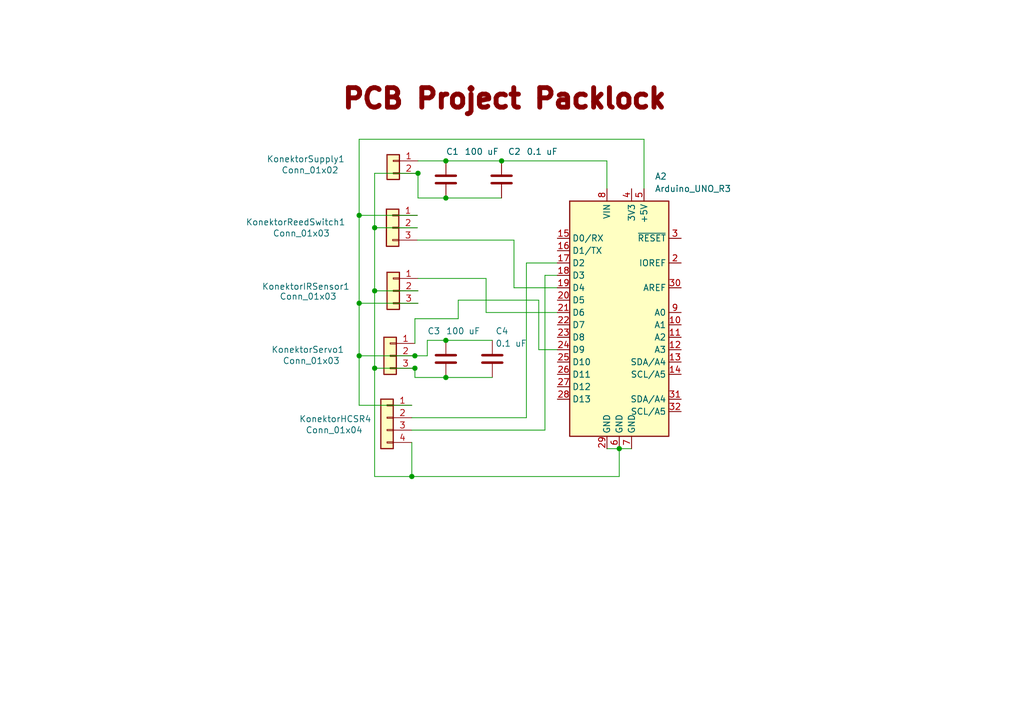
<source format=kicad_sch>
(kicad_sch (version 20230121) (generator eeschema)

  (uuid 30cc1b51-d9c0-4ac3-8d88-c2a5fc62ee56)

  (paper "A5")

  (lib_symbols
    (symbol "Connector_Generic:Conn_01x02" (pin_names (offset 1.016) hide) (in_bom yes) (on_board yes)
      (property "Reference" "J" (at 0 2.54 0)
        (effects (font (size 1.27 1.27)))
      )
      (property "Value" "Conn_01x02" (at 0 -5.08 0)
        (effects (font (size 1.27 1.27)))
      )
      (property "Footprint" "" (at 0 0 0)
        (effects (font (size 1.27 1.27)) hide)
      )
      (property "Datasheet" "~" (at 0 0 0)
        (effects (font (size 1.27 1.27)) hide)
      )
      (property "ki_keywords" "connector" (at 0 0 0)
        (effects (font (size 1.27 1.27)) hide)
      )
      (property "ki_description" "Generic connector, single row, 01x02, script generated (kicad-library-utils/schlib/autogen/connector/)" (at 0 0 0)
        (effects (font (size 1.27 1.27)) hide)
      )
      (property "ki_fp_filters" "Connector*:*_1x??_*" (at 0 0 0)
        (effects (font (size 1.27 1.27)) hide)
      )
      (symbol "Conn_01x02_1_1"
        (rectangle (start -1.27 -2.413) (end 0 -2.667)
          (stroke (width 0.1524) (type default))
          (fill (type none))
        )
        (rectangle (start -1.27 0.127) (end 0 -0.127)
          (stroke (width 0.1524) (type default))
          (fill (type none))
        )
        (rectangle (start -1.27 1.27) (end 1.27 -3.81)
          (stroke (width 0.254) (type default))
          (fill (type background))
        )
        (pin passive line (at -5.08 0 0) (length 3.81)
          (name "Pin_1" (effects (font (size 1.27 1.27))))
          (number "1" (effects (font (size 1.27 1.27))))
        )
        (pin passive line (at -5.08 -2.54 0) (length 3.81)
          (name "Pin_2" (effects (font (size 1.27 1.27))))
          (number "2" (effects (font (size 1.27 1.27))))
        )
      )
    )
    (symbol "Connector_Generic:Conn_01x03" (pin_names (offset 1.016) hide) (in_bom yes) (on_board yes)
      (property "Reference" "J" (at 0 5.08 0)
        (effects (font (size 1.27 1.27)))
      )
      (property "Value" "Conn_01x03" (at 0 -5.08 0)
        (effects (font (size 1.27 1.27)))
      )
      (property "Footprint" "" (at 0 0 0)
        (effects (font (size 1.27 1.27)) hide)
      )
      (property "Datasheet" "~" (at 0 0 0)
        (effects (font (size 1.27 1.27)) hide)
      )
      (property "ki_keywords" "connector" (at 0 0 0)
        (effects (font (size 1.27 1.27)) hide)
      )
      (property "ki_description" "Generic connector, single row, 01x03, script generated (kicad-library-utils/schlib/autogen/connector/)" (at 0 0 0)
        (effects (font (size 1.27 1.27)) hide)
      )
      (property "ki_fp_filters" "Connector*:*_1x??_*" (at 0 0 0)
        (effects (font (size 1.27 1.27)) hide)
      )
      (symbol "Conn_01x03_1_1"
        (rectangle (start -1.27 -2.413) (end 0 -2.667)
          (stroke (width 0.1524) (type default))
          (fill (type none))
        )
        (rectangle (start -1.27 0.127) (end 0 -0.127)
          (stroke (width 0.1524) (type default))
          (fill (type none))
        )
        (rectangle (start -1.27 2.667) (end 0 2.413)
          (stroke (width 0.1524) (type default))
          (fill (type none))
        )
        (rectangle (start -1.27 3.81) (end 1.27 -3.81)
          (stroke (width 0.254) (type default))
          (fill (type background))
        )
        (pin passive line (at -5.08 2.54 0) (length 3.81)
          (name "Pin_1" (effects (font (size 1.27 1.27))))
          (number "1" (effects (font (size 1.27 1.27))))
        )
        (pin passive line (at -5.08 0 0) (length 3.81)
          (name "Pin_2" (effects (font (size 1.27 1.27))))
          (number "2" (effects (font (size 1.27 1.27))))
        )
        (pin passive line (at -5.08 -2.54 0) (length 3.81)
          (name "Pin_3" (effects (font (size 1.27 1.27))))
          (number "3" (effects (font (size 1.27 1.27))))
        )
      )
    )
    (symbol "Connector_Generic:Conn_01x04" (pin_names (offset 1.016) hide) (in_bom yes) (on_board yes)
      (property "Reference" "J" (at 0 5.08 0)
        (effects (font (size 1.27 1.27)))
      )
      (property "Value" "Conn_01x04" (at 0 -7.62 0)
        (effects (font (size 1.27 1.27)))
      )
      (property "Footprint" "" (at 0 0 0)
        (effects (font (size 1.27 1.27)) hide)
      )
      (property "Datasheet" "~" (at 0 0 0)
        (effects (font (size 1.27 1.27)) hide)
      )
      (property "ki_keywords" "connector" (at 0 0 0)
        (effects (font (size 1.27 1.27)) hide)
      )
      (property "ki_description" "Generic connector, single row, 01x04, script generated (kicad-library-utils/schlib/autogen/connector/)" (at 0 0 0)
        (effects (font (size 1.27 1.27)) hide)
      )
      (property "ki_fp_filters" "Connector*:*_1x??_*" (at 0 0 0)
        (effects (font (size 1.27 1.27)) hide)
      )
      (symbol "Conn_01x04_1_1"
        (rectangle (start -1.27 -4.953) (end 0 -5.207)
          (stroke (width 0.1524) (type default))
          (fill (type none))
        )
        (rectangle (start -1.27 -2.413) (end 0 -2.667)
          (stroke (width 0.1524) (type default))
          (fill (type none))
        )
        (rectangle (start -1.27 0.127) (end 0 -0.127)
          (stroke (width 0.1524) (type default))
          (fill (type none))
        )
        (rectangle (start -1.27 2.667) (end 0 2.413)
          (stroke (width 0.1524) (type default))
          (fill (type none))
        )
        (rectangle (start -1.27 3.81) (end 1.27 -6.35)
          (stroke (width 0.254) (type default))
          (fill (type background))
        )
        (pin passive line (at -5.08 2.54 0) (length 3.81)
          (name "Pin_1" (effects (font (size 1.27 1.27))))
          (number "1" (effects (font (size 1.27 1.27))))
        )
        (pin passive line (at -5.08 0 0) (length 3.81)
          (name "Pin_2" (effects (font (size 1.27 1.27))))
          (number "2" (effects (font (size 1.27 1.27))))
        )
        (pin passive line (at -5.08 -2.54 0) (length 3.81)
          (name "Pin_3" (effects (font (size 1.27 1.27))))
          (number "3" (effects (font (size 1.27 1.27))))
        )
        (pin passive line (at -5.08 -5.08 0) (length 3.81)
          (name "Pin_4" (effects (font (size 1.27 1.27))))
          (number "4" (effects (font (size 1.27 1.27))))
        )
      )
    )
    (symbol "Device:C" (pin_numbers hide) (pin_names (offset 0.254)) (in_bom yes) (on_board yes)
      (property "Reference" "C" (at 0.635 2.54 0)
        (effects (font (size 1.27 1.27)) (justify left))
      )
      (property "Value" "C" (at 0.635 -2.54 0)
        (effects (font (size 1.27 1.27)) (justify left))
      )
      (property "Footprint" "" (at 0.9652 -3.81 0)
        (effects (font (size 1.27 1.27)) hide)
      )
      (property "Datasheet" "~" (at 0 0 0)
        (effects (font (size 1.27 1.27)) hide)
      )
      (property "ki_keywords" "cap capacitor" (at 0 0 0)
        (effects (font (size 1.27 1.27)) hide)
      )
      (property "ki_description" "Unpolarized capacitor" (at 0 0 0)
        (effects (font (size 1.27 1.27)) hide)
      )
      (property "ki_fp_filters" "C_*" (at 0 0 0)
        (effects (font (size 1.27 1.27)) hide)
      )
      (symbol "C_0_1"
        (polyline
          (pts
            (xy -2.032 -0.762)
            (xy 2.032 -0.762)
          )
          (stroke (width 0.508) (type default))
          (fill (type none))
        )
        (polyline
          (pts
            (xy -2.032 0.762)
            (xy 2.032 0.762)
          )
          (stroke (width 0.508) (type default))
          (fill (type none))
        )
      )
      (symbol "C_1_1"
        (pin passive line (at 0 3.81 270) (length 2.794)
          (name "~" (effects (font (size 1.27 1.27))))
          (number "1" (effects (font (size 1.27 1.27))))
        )
        (pin passive line (at 0 -3.81 90) (length 2.794)
          (name "~" (effects (font (size 1.27 1.27))))
          (number "2" (effects (font (size 1.27 1.27))))
        )
      )
    )
    (symbol "MCU_Module:Arduino_UNO_R3" (in_bom yes) (on_board yes)
      (property "Reference" "A" (at -10.16 23.495 0)
        (effects (font (size 1.27 1.27)) (justify left bottom))
      )
      (property "Value" "Arduino_UNO_R3" (at 5.08 -26.67 0)
        (effects (font (size 1.27 1.27)) (justify left top))
      )
      (property "Footprint" "Module:Arduino_UNO_R3" (at 0 0 0)
        (effects (font (size 1.27 1.27) italic) hide)
      )
      (property "Datasheet" "https://www.arduino.cc/en/Main/arduinoBoardUno" (at 0 0 0)
        (effects (font (size 1.27 1.27)) hide)
      )
      (property "ki_keywords" "Arduino UNO R3 Microcontroller Module Atmel AVR USB" (at 0 0 0)
        (effects (font (size 1.27 1.27)) hide)
      )
      (property "ki_description" "Arduino UNO Microcontroller Module, release 3" (at 0 0 0)
        (effects (font (size 1.27 1.27)) hide)
      )
      (property "ki_fp_filters" "Arduino*UNO*R3*" (at 0 0 0)
        (effects (font (size 1.27 1.27)) hide)
      )
      (symbol "Arduino_UNO_R3_0_1"
        (rectangle (start -10.16 22.86) (end 10.16 -25.4)
          (stroke (width 0.254) (type default))
          (fill (type background))
        )
      )
      (symbol "Arduino_UNO_R3_1_1"
        (pin no_connect line (at -10.16 -20.32 0) (length 2.54) hide
          (name "NC" (effects (font (size 1.27 1.27))))
          (number "1" (effects (font (size 1.27 1.27))))
        )
        (pin bidirectional line (at 12.7 -2.54 180) (length 2.54)
          (name "A1" (effects (font (size 1.27 1.27))))
          (number "10" (effects (font (size 1.27 1.27))))
        )
        (pin bidirectional line (at 12.7 -5.08 180) (length 2.54)
          (name "A2" (effects (font (size 1.27 1.27))))
          (number "11" (effects (font (size 1.27 1.27))))
        )
        (pin bidirectional line (at 12.7 -7.62 180) (length 2.54)
          (name "A3" (effects (font (size 1.27 1.27))))
          (number "12" (effects (font (size 1.27 1.27))))
        )
        (pin bidirectional line (at 12.7 -10.16 180) (length 2.54)
          (name "SDA/A4" (effects (font (size 1.27 1.27))))
          (number "13" (effects (font (size 1.27 1.27))))
        )
        (pin bidirectional line (at 12.7 -12.7 180) (length 2.54)
          (name "SCL/A5" (effects (font (size 1.27 1.27))))
          (number "14" (effects (font (size 1.27 1.27))))
        )
        (pin bidirectional line (at -12.7 15.24 0) (length 2.54)
          (name "D0/RX" (effects (font (size 1.27 1.27))))
          (number "15" (effects (font (size 1.27 1.27))))
        )
        (pin bidirectional line (at -12.7 12.7 0) (length 2.54)
          (name "D1/TX" (effects (font (size 1.27 1.27))))
          (number "16" (effects (font (size 1.27 1.27))))
        )
        (pin bidirectional line (at -12.7 10.16 0) (length 2.54)
          (name "D2" (effects (font (size 1.27 1.27))))
          (number "17" (effects (font (size 1.27 1.27))))
        )
        (pin bidirectional line (at -12.7 7.62 0) (length 2.54)
          (name "D3" (effects (font (size 1.27 1.27))))
          (number "18" (effects (font (size 1.27 1.27))))
        )
        (pin bidirectional line (at -12.7 5.08 0) (length 2.54)
          (name "D4" (effects (font (size 1.27 1.27))))
          (number "19" (effects (font (size 1.27 1.27))))
        )
        (pin output line (at 12.7 10.16 180) (length 2.54)
          (name "IOREF" (effects (font (size 1.27 1.27))))
          (number "2" (effects (font (size 1.27 1.27))))
        )
        (pin bidirectional line (at -12.7 2.54 0) (length 2.54)
          (name "D5" (effects (font (size 1.27 1.27))))
          (number "20" (effects (font (size 1.27 1.27))))
        )
        (pin bidirectional line (at -12.7 0 0) (length 2.54)
          (name "D6" (effects (font (size 1.27 1.27))))
          (number "21" (effects (font (size 1.27 1.27))))
        )
        (pin bidirectional line (at -12.7 -2.54 0) (length 2.54)
          (name "D7" (effects (font (size 1.27 1.27))))
          (number "22" (effects (font (size 1.27 1.27))))
        )
        (pin bidirectional line (at -12.7 -5.08 0) (length 2.54)
          (name "D8" (effects (font (size 1.27 1.27))))
          (number "23" (effects (font (size 1.27 1.27))))
        )
        (pin bidirectional line (at -12.7 -7.62 0) (length 2.54)
          (name "D9" (effects (font (size 1.27 1.27))))
          (number "24" (effects (font (size 1.27 1.27))))
        )
        (pin bidirectional line (at -12.7 -10.16 0) (length 2.54)
          (name "D10" (effects (font (size 1.27 1.27))))
          (number "25" (effects (font (size 1.27 1.27))))
        )
        (pin bidirectional line (at -12.7 -12.7 0) (length 2.54)
          (name "D11" (effects (font (size 1.27 1.27))))
          (number "26" (effects (font (size 1.27 1.27))))
        )
        (pin bidirectional line (at -12.7 -15.24 0) (length 2.54)
          (name "D12" (effects (font (size 1.27 1.27))))
          (number "27" (effects (font (size 1.27 1.27))))
        )
        (pin bidirectional line (at -12.7 -17.78 0) (length 2.54)
          (name "D13" (effects (font (size 1.27 1.27))))
          (number "28" (effects (font (size 1.27 1.27))))
        )
        (pin power_in line (at -2.54 -27.94 90) (length 2.54)
          (name "GND" (effects (font (size 1.27 1.27))))
          (number "29" (effects (font (size 1.27 1.27))))
        )
        (pin input line (at 12.7 15.24 180) (length 2.54)
          (name "~{RESET}" (effects (font (size 1.27 1.27))))
          (number "3" (effects (font (size 1.27 1.27))))
        )
        (pin input line (at 12.7 5.08 180) (length 2.54)
          (name "AREF" (effects (font (size 1.27 1.27))))
          (number "30" (effects (font (size 1.27 1.27))))
        )
        (pin bidirectional line (at 12.7 -17.78 180) (length 2.54)
          (name "SDA/A4" (effects (font (size 1.27 1.27))))
          (number "31" (effects (font (size 1.27 1.27))))
        )
        (pin bidirectional line (at 12.7 -20.32 180) (length 2.54)
          (name "SCL/A5" (effects (font (size 1.27 1.27))))
          (number "32" (effects (font (size 1.27 1.27))))
        )
        (pin power_out line (at 2.54 25.4 270) (length 2.54)
          (name "3V3" (effects (font (size 1.27 1.27))))
          (number "4" (effects (font (size 1.27 1.27))))
        )
        (pin power_out line (at 5.08 25.4 270) (length 2.54)
          (name "+5V" (effects (font (size 1.27 1.27))))
          (number "5" (effects (font (size 1.27 1.27))))
        )
        (pin power_in line (at 0 -27.94 90) (length 2.54)
          (name "GND" (effects (font (size 1.27 1.27))))
          (number "6" (effects (font (size 1.27 1.27))))
        )
        (pin power_in line (at 2.54 -27.94 90) (length 2.54)
          (name "GND" (effects (font (size 1.27 1.27))))
          (number "7" (effects (font (size 1.27 1.27))))
        )
        (pin power_in line (at -2.54 25.4 270) (length 2.54)
          (name "VIN" (effects (font (size 1.27 1.27))))
          (number "8" (effects (font (size 1.27 1.27))))
        )
        (pin bidirectional line (at 12.7 0 180) (length 2.54)
          (name "A0" (effects (font (size 1.27 1.27))))
          (number "9" (effects (font (size 1.27 1.27))))
        )
      )
    )
  )

  (junction (at 73.66 73.025) (diameter 0) (color 0 0 0 0)
    (uuid 0b8e4496-1513-404e-b81f-2e53f2f92cbf)
  )
  (junction (at 85.09 75.565) (diameter 0) (color 0 0 0 0)
    (uuid 128af01e-92de-4823-9ef1-1f7cb02fd2f7)
  )
  (junction (at 91.44 77.47) (diameter 0) (color 0 0 0 0)
    (uuid 1c959717-b416-40ed-97bf-9d16b0cbccd1)
  )
  (junction (at 84.455 97.79) (diameter 0) (color 0 0 0 0)
    (uuid 226ffeaf-94bf-4c10-bc6d-90f35e415230)
  )
  (junction (at 76.835 75.565) (diameter 0) (color 0 0 0 0)
    (uuid 2ddb3448-c405-4e63-9235-5d68ea030348)
  )
  (junction (at 73.66 44.196) (diameter 0) (color 0 0 0 0)
    (uuid 370e9447-6f26-4b4d-bfdd-e3b52e80d73e)
  )
  (junction (at 91.44 40.64) (diameter 0) (color 0 0 0 0)
    (uuid 41164ac6-a579-4a51-9462-4e05e9eb6925)
  )
  (junction (at 85.725 35.56) (diameter 0) (color 0 0 0 0)
    (uuid 4aee2b7c-afb7-4f03-bc92-fdbf0831d71f)
  )
  (junction (at 127 92.075) (diameter 0) (color 0 0 0 0)
    (uuid 562b89c4-1e1c-4e1c-906b-e0a584022f8a)
  )
  (junction (at 85.09 73.025) (diameter 0) (color 0 0 0 0)
    (uuid 63a248b4-8cbc-4001-a133-facef6c6aad6)
  )
  (junction (at 91.44 33.02) (diameter 0) (color 0 0 0 0)
    (uuid 7dfca7f9-4737-47d7-8c79-77b8e8540f3d)
  )
  (junction (at 76.835 46.736) (diameter 0) (color 0 0 0 0)
    (uuid 8f403c52-8544-4033-b2e5-cdc090fe4731)
  )
  (junction (at 73.66 62.23) (diameter 0) (color 0 0 0 0)
    (uuid a1607871-cc7f-48cd-8a44-26399cb59108)
  )
  (junction (at 91.44 69.85) (diameter 0) (color 0 0 0 0)
    (uuid c1b6a71b-dbe9-402d-9d3c-e591f3d929b2)
  )
  (junction (at 102.87 33.02) (diameter 0) (color 0 0 0 0)
    (uuid c8271075-a904-4a2f-b292-48f39861653d)
  )
  (junction (at 76.835 59.69) (diameter 0) (color 0 0 0 0)
    (uuid fb8f05d1-15ee-446f-8a86-058b7a230c42)
  )

  (wire (pts (xy 105.41 59.055) (xy 114.3 59.055))
    (stroke (width 0) (type default))
    (uuid 09125317-9154-4e9e-a2c4-ad3193911f9b)
  )
  (wire (pts (xy 85.598 46.736) (xy 76.835 46.736))
    (stroke (width 0) (type default))
    (uuid 107b6864-5bef-4902-b2fc-aeb9d81a1aa5)
  )
  (wire (pts (xy 84.455 90.805) (xy 84.455 97.79))
    (stroke (width 0) (type default))
    (uuid 1ac2a306-c871-4ef1-ab3c-bd342e0236c2)
  )
  (wire (pts (xy 84.455 88.265) (xy 111.76 88.265))
    (stroke (width 0) (type default))
    (uuid 24f85668-784a-4377-a546-088e5cc89852)
  )
  (wire (pts (xy 76.835 46.736) (xy 76.835 59.69))
    (stroke (width 0) (type default))
    (uuid 256c9885-7e29-49de-bf79-3e98fd358b52)
  )
  (wire (pts (xy 114.3 53.975) (xy 107.95 53.975))
    (stroke (width 0) (type default))
    (uuid 29fd64d3-b439-4ad0-9d12-189a40ee42bb)
  )
  (wire (pts (xy 91.44 77.47) (xy 100.965 77.47))
    (stroke (width 0) (type default))
    (uuid 311bc0d9-3f93-4d58-a79f-16e6961b5d98)
  )
  (wire (pts (xy 73.66 73.025) (xy 73.66 83.185))
    (stroke (width 0) (type default))
    (uuid 3911aa7a-930b-49db-b66c-ab7a9cbf24e2)
  )
  (wire (pts (xy 124.46 38.735) (xy 124.46 33.02))
    (stroke (width 0) (type default))
    (uuid 3abc6a37-1e8f-46b1-a879-46dc6f53160a)
  )
  (wire (pts (xy 85.09 65.405) (xy 93.98 65.405))
    (stroke (width 0) (type default))
    (uuid 3eb2dc35-5c58-40fb-88b0-0d120335a19e)
  )
  (wire (pts (xy 105.41 49.276) (xy 85.598 49.276))
    (stroke (width 0) (type default))
    (uuid 3fa26923-f8bd-43e9-b1e6-adf7df6b31c9)
  )
  (wire (pts (xy 76.835 35.56) (xy 76.835 46.736))
    (stroke (width 0) (type default))
    (uuid 421ba961-ed37-406c-9267-5bda57d7d4c0)
  )
  (wire (pts (xy 107.95 85.725) (xy 84.455 85.725))
    (stroke (width 0) (type default))
    (uuid 46662154-ea53-4623-b34e-ea235b29632c)
  )
  (wire (pts (xy 91.44 77.47) (xy 85.09 77.47))
    (stroke (width 0) (type default))
    (uuid 4ede941a-bce8-45cc-8b2d-b45d07093090)
  )
  (wire (pts (xy 73.66 62.23) (xy 85.725 62.23))
    (stroke (width 0) (type default))
    (uuid 5419e527-8d9e-459e-9d9c-8e90bedf7acd)
  )
  (wire (pts (xy 85.09 70.485) (xy 85.09 65.405))
    (stroke (width 0) (type default))
    (uuid 54d914d0-c397-42da-b00f-edc82e086574)
  )
  (wire (pts (xy 127 97.79) (xy 127 92.075))
    (stroke (width 0) (type default))
    (uuid 5768985f-2ffd-4f3d-b292-4ee9563955a3)
  )
  (wire (pts (xy 76.835 97.79) (xy 84.455 97.79))
    (stroke (width 0) (type default))
    (uuid 59af8485-16a7-419f-8c09-a830a1aaf1f8)
  )
  (wire (pts (xy 99.695 64.135) (xy 114.3 64.135))
    (stroke (width 0) (type default))
    (uuid 7205992d-70aa-4dd3-b706-31df83709295)
  )
  (wire (pts (xy 111.76 56.515) (xy 111.76 88.265))
    (stroke (width 0) (type default))
    (uuid 752e9cd4-4776-4e1d-b0ce-09a406543ae4)
  )
  (wire (pts (xy 127 92.075) (xy 129.54 92.075))
    (stroke (width 0) (type default))
    (uuid 76535d37-d07c-4f12-ba08-f5392d4824ae)
  )
  (wire (pts (xy 110.49 71.755) (xy 114.3 71.755))
    (stroke (width 0) (type default))
    (uuid 7b7e80de-57ca-488b-922e-28f374e039b3)
  )
  (wire (pts (xy 99.695 57.15) (xy 99.695 64.135))
    (stroke (width 0) (type default))
    (uuid 8548438f-1fe3-48fb-aa0f-03f8592b4a55)
  )
  (wire (pts (xy 132.08 28.575) (xy 73.66 28.575))
    (stroke (width 0) (type default))
    (uuid 8a3f55de-a693-4db5-8c39-17cfdd8e3704)
  )
  (wire (pts (xy 93.98 65.405) (xy 93.98 61.595))
    (stroke (width 0) (type default))
    (uuid 8c9ef4ad-44a9-4f65-a0d6-2c94a70db64a)
  )
  (wire (pts (xy 85.09 73.025) (xy 87.63 73.025))
    (stroke (width 0) (type default))
    (uuid 905299eb-3cab-4ab9-983f-1fb85d451d17)
  )
  (wire (pts (xy 73.66 83.185) (xy 84.455 83.185))
    (stroke (width 0) (type default))
    (uuid 98c76a2a-941f-4197-ad82-0e27c0ce5640)
  )
  (wire (pts (xy 105.41 49.276) (xy 105.41 59.055))
    (stroke (width 0) (type default))
    (uuid 9b8a2d60-73e3-4c74-a118-8d8e76c74a2e)
  )
  (wire (pts (xy 84.455 97.79) (xy 127 97.79))
    (stroke (width 0) (type default))
    (uuid 9edce0eb-e2e4-49fe-9fab-101b82db9a1e)
  )
  (wire (pts (xy 76.835 59.69) (xy 76.835 75.565))
    (stroke (width 0) (type default))
    (uuid a1ff1e7b-640d-44ad-89d0-e252ff4c375c)
  )
  (wire (pts (xy 107.95 53.975) (xy 107.95 85.725))
    (stroke (width 0) (type default))
    (uuid a8f4831c-8114-44d2-bff7-8bf18816763f)
  )
  (wire (pts (xy 73.66 73.025) (xy 85.09 73.025))
    (stroke (width 0) (type default))
    (uuid aa505875-e8d5-4b1f-9709-5fb02c4cfe27)
  )
  (wire (pts (xy 87.63 69.85) (xy 91.44 69.85))
    (stroke (width 0) (type default))
    (uuid afe8da30-2c2b-4992-ae72-3437a8c7bc22)
  )
  (wire (pts (xy 76.835 59.69) (xy 85.725 59.69))
    (stroke (width 0) (type default))
    (uuid b0528b55-422d-463b-867b-f062592d6012)
  )
  (wire (pts (xy 85.725 35.56) (xy 76.835 35.56))
    (stroke (width 0) (type default))
    (uuid b20baa0a-566b-4da7-923e-aa0bd7bb5790)
  )
  (wire (pts (xy 91.44 69.85) (xy 100.965 69.85))
    (stroke (width 0) (type default))
    (uuid b45d5354-f9dc-46e8-a276-7b237d522566)
  )
  (wire (pts (xy 73.66 62.23) (xy 73.66 73.025))
    (stroke (width 0) (type default))
    (uuid b5c571f1-8002-4555-bfbb-17b757fc109b)
  )
  (wire (pts (xy 76.835 75.565) (xy 76.835 97.79))
    (stroke (width 0) (type default))
    (uuid b9472d8f-7b91-40c7-9154-6ee92489a62b)
  )
  (wire (pts (xy 73.66 44.196) (xy 73.66 62.23))
    (stroke (width 0) (type default))
    (uuid c216ffcf-9d58-4907-8436-74f3dc32e049)
  )
  (wire (pts (xy 91.44 40.64) (xy 102.87 40.64))
    (stroke (width 0) (type default))
    (uuid c5e6fa5d-d707-45ef-93e7-147a4b88eb78)
  )
  (wire (pts (xy 110.49 61.595) (xy 110.49 71.755))
    (stroke (width 0) (type default))
    (uuid c77e8da7-7436-427d-83b4-64b8c894fa30)
  )
  (wire (pts (xy 124.46 33.02) (xy 102.87 33.02))
    (stroke (width 0) (type default))
    (uuid c9107717-4c04-4e09-9794-8728a41772a7)
  )
  (wire (pts (xy 85.725 35.56) (xy 85.725 40.64))
    (stroke (width 0) (type default))
    (uuid cab2f9e8-8509-47c9-a692-af39ff490e0b)
  )
  (wire (pts (xy 91.44 33.02) (xy 102.87 33.02))
    (stroke (width 0) (type default))
    (uuid cbb1cee7-62c6-4220-8756-f64c5d539f98)
  )
  (wire (pts (xy 114.3 56.515) (xy 111.76 56.515))
    (stroke (width 0) (type default))
    (uuid cca04470-0caf-401a-8f01-a178e4abb6ad)
  )
  (wire (pts (xy 85.725 40.64) (xy 91.44 40.64))
    (stroke (width 0) (type default))
    (uuid cca18240-411e-4ba0-8bc6-736084cbb5b4)
  )
  (wire (pts (xy 73.66 28.575) (xy 73.66 44.196))
    (stroke (width 0) (type default))
    (uuid d21b0869-d5b0-4955-a6ea-c396b3339df8)
  )
  (wire (pts (xy 132.08 38.735) (xy 132.08 28.575))
    (stroke (width 0) (type default))
    (uuid d540e1b2-cd00-46a6-8e96-fa847a9ca042)
  )
  (wire (pts (xy 87.63 73.025) (xy 87.63 69.85))
    (stroke (width 0) (type default))
    (uuid d9f9405f-a8bc-463b-8520-021c0ee3d4e7)
  )
  (wire (pts (xy 85.09 77.47) (xy 85.09 75.565))
    (stroke (width 0) (type default))
    (uuid e7aeb78d-b16a-4d03-9cb7-bc3972b21783)
  )
  (wire (pts (xy 85.725 57.15) (xy 99.695 57.15))
    (stroke (width 0) (type default))
    (uuid ecba0a09-fe31-4dc1-8a71-99887dadf88b)
  )
  (wire (pts (xy 76.835 75.565) (xy 85.09 75.565))
    (stroke (width 0) (type default))
    (uuid ece3ce60-86d4-45cc-9b9b-502e4539b9d1)
  )
  (wire (pts (xy 124.46 92.075) (xy 127 92.075))
    (stroke (width 0) (type default))
    (uuid efc783b3-9cf9-44fd-b7aa-49a6d2aba56b)
  )
  (wire (pts (xy 91.44 33.02) (xy 85.725 33.02))
    (stroke (width 0) (type default))
    (uuid f3c726da-1cdc-4492-b480-96eae3350164)
  )
  (wire (pts (xy 73.66 44.196) (xy 85.598 44.196))
    (stroke (width 0) (type default))
    (uuid fca2acff-00c5-4a03-bdf5-ab116222e2d9)
  )
  (wire (pts (xy 93.98 61.595) (xy 110.49 61.595))
    (stroke (width 0) (type default))
    (uuid fd456d70-c5e7-40ef-a126-f71100eac41e)
  )

  (label "PCB Project Packlock" (at 69.85 24.13 0) (fields_autoplaced)
    (effects (font (size 4 4) (thickness 1.2) bold (color 132 0 0 1)) (justify left bottom))
    (uuid 27c835dd-b11d-4aa8-a922-0982f88bb250)
  )

  (symbol (lib_id "Connector_Generic:Conn_01x03") (at 80.01 73.025 0) (mirror y) (unit 1)
    (in_bom yes) (on_board yes) (dnp no)
    (uuid 0cdb9080-8bab-4748-a197-f67a4f923f54)
    (property "Reference" "KonektorServo1" (at 70.612 71.755 0)
      (effects (font (size 1.27 1.27)) (justify left))
    )
    (property "Value" "Conn_01x03" (at 69.723 74.041 0)
      (effects (font (size 1.27 1.27)) (justify left))
    )
    (property "Footprint" "Connector_JST:JST_PH_B3B-PH-K_1x03_P2.00mm_Vertical" (at 80.01 73.025 0)
      (effects (font (size 1.27 1.27)) hide)
    )
    (property "Datasheet" "~" (at 80.01 73.025 0)
      (effects (font (size 1.27 1.27)) hide)
    )
    (pin "1" (uuid dc30cc7c-4ddb-4784-94e3-129ffe5af623))
    (pin "2" (uuid 458cac99-ab49-4f76-997b-b489e7e7d703))
    (pin "3" (uuid 92539f9b-2af0-4660-bfc9-02f6aa7db97c))
    (instances
      (project "PackLock2"
        (path "/30cc1b51-d9c0-4ac3-8d88-c2a5fc62ee56"
          (reference "KonektorServo1") (unit 1)
        )
      )
    )
  )

  (symbol (lib_id "Connector_Generic:Conn_01x02") (at 80.645 33.02 0) (mirror y) (unit 1)
    (in_bom yes) (on_board yes) (dnp no)
    (uuid 1a10c2a9-8507-4b78-bbf4-ea94ce3a5744)
    (property "Reference" "KonektorSupply1" (at 70.739 32.639 0)
      (effects (font (size 1.27 1.27)) (justify left))
    )
    (property "Value" "Conn_01x02" (at 69.469 34.925 0)
      (effects (font (size 1.27 1.27)) (justify left))
    )
    (property "Footprint" "Connector_JST:JST_PH_B2B-PH-K_1x02_P2.00mm_Vertical" (at 80.645 33.02 0)
      (effects (font (size 1.27 1.27)) hide)
    )
    (property "Datasheet" "~" (at 80.645 33.02 0)
      (effects (font (size 1.27 1.27)) hide)
    )
    (pin "1" (uuid fbc778cf-ad3a-4a5a-9542-6e2b0abb3ea3))
    (pin "2" (uuid 22f3aaaf-2eff-455e-88e2-e08018508383))
    (instances
      (project "PackLock2"
        (path "/30cc1b51-d9c0-4ac3-8d88-c2a5fc62ee56"
          (reference "KonektorSupply1") (unit 1)
        )
      )
    )
  )

  (symbol (lib_id "Device:C") (at 100.965 73.66 0) (unit 1)
    (in_bom yes) (on_board yes) (dnp no)
    (uuid 634d6538-5ac9-4ff5-9f4c-dd0ac2f86f41)
    (property "Reference" "C4" (at 101.6 67.945 0)
      (effects (font (size 1.27 1.27)) (justify left))
    )
    (property "Value" "0.1 uF" (at 101.6 70.485 0)
      (effects (font (size 1.27 1.27)) (justify left))
    )
    (property "Footprint" "Capacitor_SMD:C_0805_2012Metric_Pad1.18x1.45mm_HandSolder" (at 101.9302 77.47 0)
      (effects (font (size 1.27 1.27)) hide)
    )
    (property "Datasheet" "~" (at 100.965 73.66 0)
      (effects (font (size 1.27 1.27)) hide)
    )
    (pin "1" (uuid d5c167fd-a11c-45c9-8ef6-a93b076fa8f0))
    (pin "2" (uuid 444c1c98-0776-445f-b747-7c5e5d1c0d3f))
    (instances
      (project "PackLock2"
        (path "/30cc1b51-d9c0-4ac3-8d88-c2a5fc62ee56"
          (reference "C4") (unit 1)
        )
      )
    )
  )

  (symbol (lib_id "Connector_Generic:Conn_01x04") (at 79.375 85.725 0) (mirror y) (unit 1)
    (in_bom yes) (on_board yes) (dnp no)
    (uuid 755b634a-f4c2-408e-9403-fb5054fcfac0)
    (property "Reference" "KonektorHCSR4" (at 76.2 85.979 0)
      (effects (font (size 1.27 1.27)) (justify left))
    )
    (property "Value" "Conn_01x04" (at 74.422 88.265 0)
      (effects (font (size 1.27 1.27)) (justify left))
    )
    (property "Footprint" "Connector_JST:JST_PH_B4B-PH-K_1x04_P2.00mm_Vertical" (at 79.375 85.725 0)
      (effects (font (size 1.27 1.27)) hide)
    )
    (property "Datasheet" "~" (at 79.375 85.725 0)
      (effects (font (size 1.27 1.27)) hide)
    )
    (pin "1" (uuid bc44a6f4-f514-4974-b291-e7ee6e75cbee))
    (pin "2" (uuid 6a7a0671-2c87-4b6f-9483-ec95836883e3))
    (pin "3" (uuid 8c166595-bd73-4fb6-b49f-50162321f752))
    (pin "4" (uuid faedb84e-efc4-4d12-ba2f-79296106dc89))
    (instances
      (project "PackLock2"
        (path "/30cc1b51-d9c0-4ac3-8d88-c2a5fc62ee56"
          (reference "KonektorHCSR4") (unit 1)
        )
      )
    )
  )

  (symbol (lib_id "Device:C") (at 91.44 73.66 0) (unit 1)
    (in_bom yes) (on_board yes) (dnp no)
    (uuid 8e12169d-af4a-4e82-b3a0-34a40601eef4)
    (property "Reference" "C3" (at 87.63 67.945 0)
      (effects (font (size 1.27 1.27)) (justify left))
    )
    (property "Value" "100 uF" (at 91.44 67.945 0)
      (effects (font (size 1.27 1.27)) (justify left))
    )
    (property "Footprint" "Capacitor_SMD:C_0805_2012Metric_Pad1.18x1.45mm_HandSolder" (at 92.4052 77.47 0)
      (effects (font (size 1.27 1.27)) hide)
    )
    (property "Datasheet" "~" (at 91.44 73.66 0)
      (effects (font (size 1.27 1.27)) hide)
    )
    (pin "1" (uuid 4ec0e812-1995-4683-ad5d-d671894f3b91))
    (pin "2" (uuid 3222568b-a572-43f8-87da-f845ff5b44b0))
    (instances
      (project "PackLock2"
        (path "/30cc1b51-d9c0-4ac3-8d88-c2a5fc62ee56"
          (reference "C3") (unit 1)
        )
      )
    )
  )

  (symbol (lib_id "Device:C") (at 91.44 36.83 0) (unit 1)
    (in_bom yes) (on_board yes) (dnp no)
    (uuid db51750e-fb47-487d-b8db-4d6ad12be28f)
    (property "Reference" "C1" (at 91.44 31.115 0)
      (effects (font (size 1.27 1.27)) (justify left))
    )
    (property "Value" "100 uF" (at 95.25 31.115 0)
      (effects (font (size 1.27 1.27)) (justify left))
    )
    (property "Footprint" "Capacitor_SMD:C_0805_2012Metric_Pad1.18x1.45mm_HandSolder" (at 92.4052 40.64 0)
      (effects (font (size 1.27 1.27)) hide)
    )
    (property "Datasheet" "~" (at 91.44 36.83 0)
      (effects (font (size 1.27 1.27)) hide)
    )
    (pin "1" (uuid b5f71047-4898-4353-bcf8-58d768104e74))
    (pin "2" (uuid 33f7a176-2c2e-4bb2-8a53-ab32fb5ad75d))
    (instances
      (project "PackLock2"
        (path "/30cc1b51-d9c0-4ac3-8d88-c2a5fc62ee56"
          (reference "C1") (unit 1)
        )
      )
    )
  )

  (symbol (lib_id "Device:C") (at 102.87 36.83 0) (unit 1)
    (in_bom yes) (on_board yes) (dnp no)
    (uuid e76e8188-215d-429e-a13f-e3f9a8facb5d)
    (property "Reference" "C2" (at 104.14 31.115 0)
      (effects (font (size 1.27 1.27)) (justify left))
    )
    (property "Value" "0.1 uF" (at 107.95 31.115 0)
      (effects (font (size 1.27 1.27)) (justify left))
    )
    (property "Footprint" "Capacitor_SMD:C_0805_2012Metric_Pad1.18x1.45mm_HandSolder" (at 103.8352 40.64 0)
      (effects (font (size 1.27 1.27)) hide)
    )
    (property "Datasheet" "~" (at 102.87 36.83 0)
      (effects (font (size 1.27 1.27)) hide)
    )
    (pin "1" (uuid 5af4bc69-2f41-4154-a2b4-e69c81b9513d))
    (pin "2" (uuid 8213d761-d986-425b-a3a2-a0b8604220bd))
    (instances
      (project "PackLock2"
        (path "/30cc1b51-d9c0-4ac3-8d88-c2a5fc62ee56"
          (reference "C2") (unit 1)
        )
      )
    )
  )

  (symbol (lib_id "Connector_Generic:Conn_01x03") (at 80.518 46.736 0) (mirror y) (unit 1)
    (in_bom yes) (on_board yes) (dnp no)
    (uuid f911a809-2530-4243-98a3-49333ae008e8)
    (property "Reference" "KonektorReedSwitch1" (at 70.866 45.593 0)
      (effects (font (size 1.27 1.27)) (justify left))
    )
    (property "Value" "Conn_01x03" (at 67.691 47.879 0)
      (effects (font (size 1.27 1.27)) (justify left))
    )
    (property "Footprint" "Connector_JST:JST_PH_B3B-PH-K_1x03_P2.00mm_Vertical" (at 80.518 46.736 0)
      (effects (font (size 1.27 1.27)) hide)
    )
    (property "Datasheet" "~" (at 80.518 46.736 0)
      (effects (font (size 1.27 1.27)) hide)
    )
    (pin "1" (uuid 2109051d-c051-4400-a600-bcc0db9a46f9))
    (pin "2" (uuid 246ec0b8-a7c1-4154-96e7-c7625fb840f7))
    (pin "3" (uuid 277175ee-8ec1-4275-86bd-b58b50ff7e70))
    (instances
      (project "PackLock2"
        (path "/30cc1b51-d9c0-4ac3-8d88-c2a5fc62ee56"
          (reference "KonektorReedSwitch1") (unit 1)
        )
      )
    )
  )

  (symbol (lib_id "MCU_Module:Arduino_UNO_R3") (at 127 64.135 0) (unit 1)
    (in_bom yes) (on_board yes) (dnp no) (fields_autoplaced)
    (uuid f9742072-a803-4ae6-a1f3-64b03b1801c5)
    (property "Reference" "A2" (at 134.2741 36.195 0)
      (effects (font (size 1.27 1.27)) (justify left))
    )
    (property "Value" "Arduino_UNO_R3" (at 134.2741 38.735 0)
      (effects (font (size 1.27 1.27)) (justify left))
    )
    (property "Footprint" "Module:Arduino_UNO_R3" (at 127 64.135 0)
      (effects (font (size 1.27 1.27) italic) hide)
    )
    (property "Datasheet" "https://www.arduino.cc/en/Main/arduinoBoardUno" (at 127 64.135 0)
      (effects (font (size 1.27 1.27)) hide)
    )
    (pin "1" (uuid f9a9c09d-6433-436b-9ad5-4790e2317157))
    (pin "10" (uuid e3875363-e38a-4c00-af98-7ffeacd63f37))
    (pin "11" (uuid 7adb0c54-7ee8-4db0-9330-1cf282fb60a1))
    (pin "12" (uuid bfc8c660-600d-4300-84dd-a4ae78817e7f))
    (pin "13" (uuid 6ad14219-9016-42f1-822e-d6ef62c13985))
    (pin "14" (uuid caaa622b-40dd-4cf4-8ee0-08e637f44d57))
    (pin "15" (uuid 8f9ba089-48ff-478a-b212-801c1020847d))
    (pin "16" (uuid f13c3ac3-1e6e-452f-a3ab-9c3a5dd158ba))
    (pin "17" (uuid 77054ac7-1a45-402e-9acf-b40f8473f885))
    (pin "18" (uuid c4e7ac52-1ba6-4535-b5dd-d29e564f2b14))
    (pin "19" (uuid cedeb6eb-5800-432e-af14-3e287f91bf0a))
    (pin "2" (uuid 4437a8eb-66ef-479b-b5f6-46d76c13679d))
    (pin "20" (uuid c5917585-d25b-4148-a9d7-8b9e7700b06e))
    (pin "21" (uuid 1dc302be-a931-4395-a825-93a16a49cf6b))
    (pin "22" (uuid b3887cc8-12dc-4fc3-a2a0-70210186c786))
    (pin "23" (uuid dd90e1e7-01ae-49a3-823c-ca698e9db21a))
    (pin "24" (uuid 8e82b0ac-501b-485f-a2e4-afe7b60f9877))
    (pin "25" (uuid ee5812cb-8098-4dea-b751-bccd15150eb4))
    (pin "26" (uuid 803ba1e1-8475-4d1f-a390-38db9d06e47c))
    (pin "27" (uuid 48d0402b-bec3-4a26-b8fd-99db916f6e5c))
    (pin "28" (uuid 96dbafd1-d781-4652-9fe6-94004832ec3c))
    (pin "29" (uuid fd538dcc-ec00-4805-b397-b21418ae9c2d))
    (pin "3" (uuid 9d7d3fba-9734-4674-b623-10436d4d2c4d))
    (pin "30" (uuid 1848b82a-bd54-4341-865c-5e00fea76122))
    (pin "31" (uuid 3e2cc936-bb4d-45ba-ac30-3bd3b4c33d4d))
    (pin "32" (uuid 399c2a9b-124a-4938-b2d1-07641ca4e530))
    (pin "4" (uuid b594bd9b-144c-4aa5-b913-5fc0165ea470))
    (pin "5" (uuid 257c3e32-fbfa-4aa9-b1a5-7707f5d6cded))
    (pin "6" (uuid 3d4b8025-bd29-4b7b-890b-ff79b39cdc70))
    (pin "7" (uuid 8aa6d458-adb1-4729-875d-bd26b8f95ce0))
    (pin "8" (uuid 05c1d3bc-d0ad-429e-9d34-16a8526aeb8e))
    (pin "9" (uuid 5e3cba94-cd18-43ef-90be-785a37478dc8))
    (instances
      (project "PackLock2"
        (path "/30cc1b51-d9c0-4ac3-8d88-c2a5fc62ee56"
          (reference "A2") (unit 1)
        )
      )
    )
  )

  (symbol (lib_id "Connector_Generic:Conn_01x03") (at 80.645 59.69 0) (mirror y) (unit 1)
    (in_bom yes) (on_board yes) (dnp no)
    (uuid fd6e1a7a-23ca-4674-b411-f041c4ff61c1)
    (property "Reference" "KonektorIRSensor1" (at 71.755 58.801 0)
      (effects (font (size 1.27 1.27)) (justify left))
    )
    (property "Value" "Conn_01x03" (at 69.088 60.833 0)
      (effects (font (size 1.27 1.27)) (justify left))
    )
    (property "Footprint" "Connector_JST:JST_PH_B3B-PH-K_1x03_P2.00mm_Vertical" (at 80.645 59.69 0)
      (effects (font (size 1.27 1.27)) hide)
    )
    (property "Datasheet" "~" (at 80.645 59.69 0)
      (effects (font (size 1.27 1.27)) hide)
    )
    (pin "1" (uuid c092c5e4-7884-4bbe-8c8d-1f841b0bf071))
    (pin "2" (uuid 50bbe171-c3c1-466a-88c5-b8e46a0c21a4))
    (pin "3" (uuid 3a131f17-50bc-4d6f-9112-55332dbfef73))
    (instances
      (project "PackLock2"
        (path "/30cc1b51-d9c0-4ac3-8d88-c2a5fc62ee56"
          (reference "KonektorIRSensor1") (unit 1)
        )
      )
    )
  )

  (sheet_instances
    (path "/" (page "1"))
  )
)

</source>
